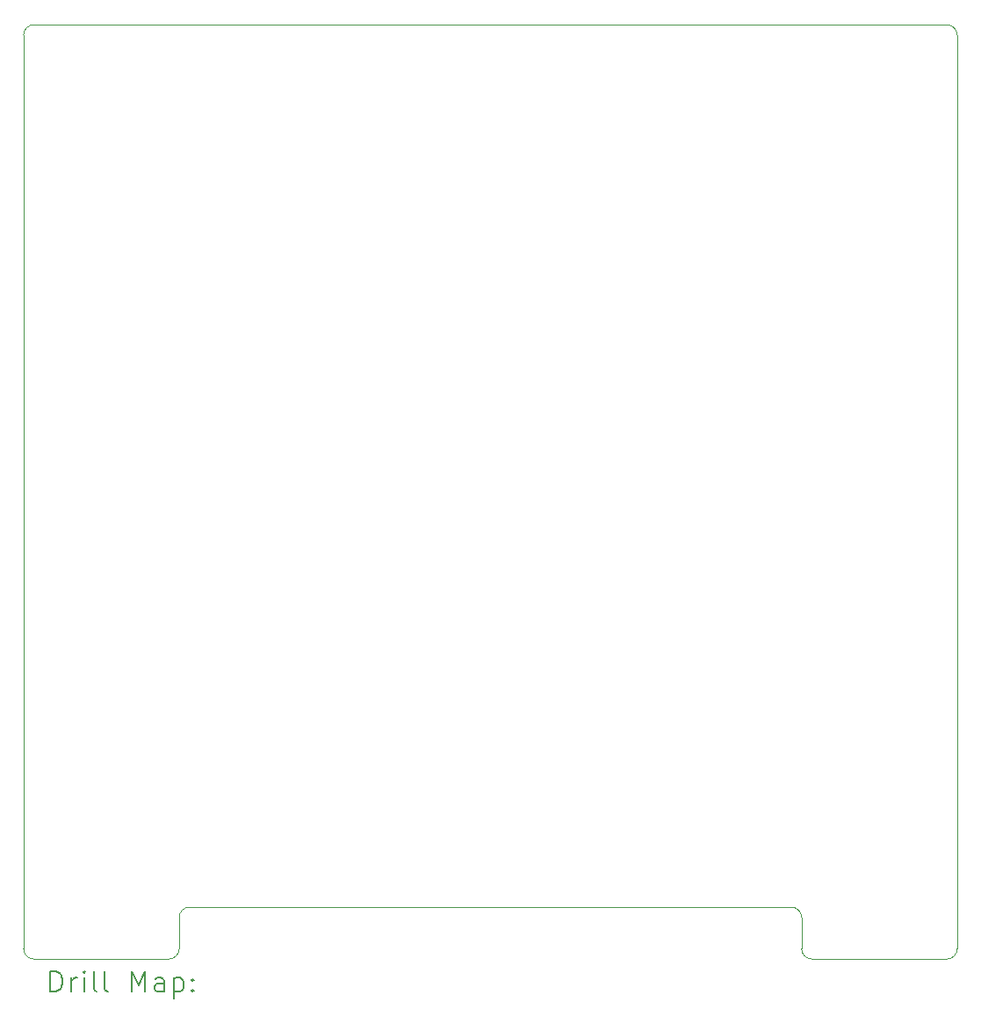
<source format=gbr>
%TF.GenerationSoftware,KiCad,Pcbnew,9.0.2-9.0.2-0~ubuntu24.04.1*%
%TF.CreationDate,2025-06-11T15:00:52-05:00*%
%TF.ProjectId,bias-supply,62696173-2d73-4757-9070-6c792e6b6963,0.1*%
%TF.SameCoordinates,Original*%
%TF.FileFunction,Drillmap*%
%TF.FilePolarity,Positive*%
%FSLAX45Y45*%
G04 Gerber Fmt 4.5, Leading zero omitted, Abs format (unit mm)*
G04 Created by KiCad (PCBNEW 9.0.2-9.0.2-0~ubuntu24.04.1) date 2025-06-11 15:00:52*
%MOMM*%
%LPD*%
G01*
G04 APERTURE LIST*
%ADD10C,0.050000*%
%ADD11C,0.200000*%
G04 APERTURE END LIST*
D10*
X1350000Y-1450000D02*
G75*
G02*
X1450000Y-1350000I100000J0D01*
G01*
X9350000Y-10350000D02*
X8950000Y-10350000D01*
X2750000Y-10350000D02*
X2350000Y-10350000D01*
X2850000Y-9950000D02*
X2850000Y-10250000D01*
X1450000Y-10350000D02*
G75*
G02*
X1350000Y-10250000I0J100000D01*
G01*
X8750000Y-9850000D02*
G75*
G02*
X8850000Y-9950000I0J-100000D01*
G01*
X1450000Y-1350000D02*
X10250000Y-1350000D01*
X2850000Y-9950000D02*
G75*
G02*
X2950000Y-9850000I100000J0D01*
G01*
X10350000Y-1450000D02*
X10350000Y-10250000D01*
X8950000Y-10350000D02*
G75*
G02*
X8850000Y-10250000I0J100000D01*
G01*
X10250000Y-1350000D02*
G75*
G02*
X10350000Y-1450000I0J-100000D01*
G01*
X1350000Y-10250000D02*
X1350000Y-1450000D01*
X2850000Y-10250000D02*
G75*
G02*
X2750000Y-10350000I-100000J0D01*
G01*
X8750000Y-9850000D02*
X2950000Y-9850000D01*
X2350000Y-10350000D02*
X1450000Y-10350000D01*
X10250000Y-10350000D02*
X9350000Y-10350000D01*
X10350000Y-10250000D02*
G75*
G02*
X10250000Y-10350000I-100000J0D01*
G01*
X8850000Y-10250000D02*
X8850000Y-9950000D01*
D11*
X1608277Y-10663984D02*
X1608277Y-10463984D01*
X1608277Y-10463984D02*
X1655896Y-10463984D01*
X1655896Y-10463984D02*
X1684467Y-10473508D01*
X1684467Y-10473508D02*
X1703515Y-10492555D01*
X1703515Y-10492555D02*
X1713039Y-10511603D01*
X1713039Y-10511603D02*
X1722562Y-10549698D01*
X1722562Y-10549698D02*
X1722562Y-10578270D01*
X1722562Y-10578270D02*
X1713039Y-10616365D01*
X1713039Y-10616365D02*
X1703515Y-10635412D01*
X1703515Y-10635412D02*
X1684467Y-10654460D01*
X1684467Y-10654460D02*
X1655896Y-10663984D01*
X1655896Y-10663984D02*
X1608277Y-10663984D01*
X1808277Y-10663984D02*
X1808277Y-10530650D01*
X1808277Y-10568746D02*
X1817801Y-10549698D01*
X1817801Y-10549698D02*
X1827324Y-10540174D01*
X1827324Y-10540174D02*
X1846372Y-10530650D01*
X1846372Y-10530650D02*
X1865420Y-10530650D01*
X1932086Y-10663984D02*
X1932086Y-10530650D01*
X1932086Y-10463984D02*
X1922562Y-10473508D01*
X1922562Y-10473508D02*
X1932086Y-10483031D01*
X1932086Y-10483031D02*
X1941610Y-10473508D01*
X1941610Y-10473508D02*
X1932086Y-10463984D01*
X1932086Y-10463984D02*
X1932086Y-10483031D01*
X2055896Y-10663984D02*
X2036848Y-10654460D01*
X2036848Y-10654460D02*
X2027324Y-10635412D01*
X2027324Y-10635412D02*
X2027324Y-10463984D01*
X2160658Y-10663984D02*
X2141610Y-10654460D01*
X2141610Y-10654460D02*
X2132086Y-10635412D01*
X2132086Y-10635412D02*
X2132086Y-10463984D01*
X2389229Y-10663984D02*
X2389229Y-10463984D01*
X2389229Y-10463984D02*
X2455896Y-10606841D01*
X2455896Y-10606841D02*
X2522563Y-10463984D01*
X2522563Y-10463984D02*
X2522563Y-10663984D01*
X2703515Y-10663984D02*
X2703515Y-10559222D01*
X2703515Y-10559222D02*
X2693991Y-10540174D01*
X2693991Y-10540174D02*
X2674944Y-10530650D01*
X2674944Y-10530650D02*
X2636848Y-10530650D01*
X2636848Y-10530650D02*
X2617801Y-10540174D01*
X2703515Y-10654460D02*
X2684467Y-10663984D01*
X2684467Y-10663984D02*
X2636848Y-10663984D01*
X2636848Y-10663984D02*
X2617801Y-10654460D01*
X2617801Y-10654460D02*
X2608277Y-10635412D01*
X2608277Y-10635412D02*
X2608277Y-10616365D01*
X2608277Y-10616365D02*
X2617801Y-10597317D01*
X2617801Y-10597317D02*
X2636848Y-10587793D01*
X2636848Y-10587793D02*
X2684467Y-10587793D01*
X2684467Y-10587793D02*
X2703515Y-10578270D01*
X2798753Y-10530650D02*
X2798753Y-10730650D01*
X2798753Y-10540174D02*
X2817801Y-10530650D01*
X2817801Y-10530650D02*
X2855896Y-10530650D01*
X2855896Y-10530650D02*
X2874943Y-10540174D01*
X2874943Y-10540174D02*
X2884467Y-10549698D01*
X2884467Y-10549698D02*
X2893991Y-10568746D01*
X2893991Y-10568746D02*
X2893991Y-10625889D01*
X2893991Y-10625889D02*
X2884467Y-10644936D01*
X2884467Y-10644936D02*
X2874943Y-10654460D01*
X2874943Y-10654460D02*
X2855896Y-10663984D01*
X2855896Y-10663984D02*
X2817801Y-10663984D01*
X2817801Y-10663984D02*
X2798753Y-10654460D01*
X2979705Y-10644936D02*
X2989229Y-10654460D01*
X2989229Y-10654460D02*
X2979705Y-10663984D01*
X2979705Y-10663984D02*
X2970182Y-10654460D01*
X2970182Y-10654460D02*
X2979705Y-10644936D01*
X2979705Y-10644936D02*
X2979705Y-10663984D01*
X2979705Y-10540174D02*
X2989229Y-10549698D01*
X2989229Y-10549698D02*
X2979705Y-10559222D01*
X2979705Y-10559222D02*
X2970182Y-10549698D01*
X2970182Y-10549698D02*
X2979705Y-10540174D01*
X2979705Y-10540174D02*
X2979705Y-10559222D01*
M02*

</source>
